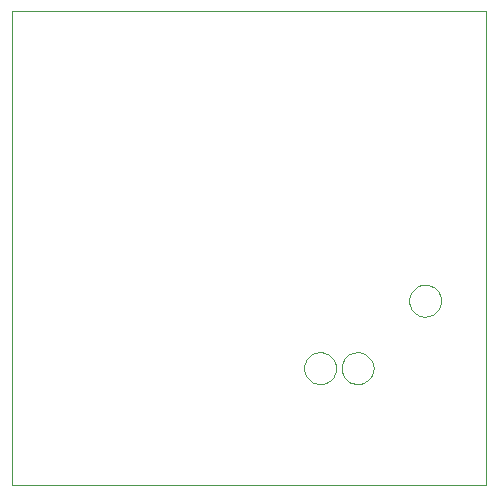
<source format=gbr>
G75*
G70*
%OFA0B0*%
%FSLAX24Y24*%
%IPPOS*%
%LPD*%
%AMOC8*
5,1,8,0,0,1.08239X$1,22.5*
%
%ADD10C,0.0000*%
D10*
X000406Y002369D02*
X000406Y018168D01*
X016204Y018168D01*
X016204Y002369D01*
X000406Y002369D01*
X010149Y006268D02*
X010151Y006314D01*
X010157Y006359D01*
X010167Y006404D01*
X010180Y006447D01*
X010197Y006490D01*
X010218Y006530D01*
X010242Y006569D01*
X010270Y006605D01*
X010301Y006639D01*
X010334Y006671D01*
X010370Y006699D01*
X010408Y006724D01*
X010448Y006746D01*
X010490Y006764D01*
X010533Y006778D01*
X010578Y006789D01*
X010623Y006796D01*
X010669Y006799D01*
X010714Y006798D01*
X010760Y006793D01*
X010805Y006784D01*
X010848Y006772D01*
X010891Y006755D01*
X010932Y006735D01*
X010971Y006712D01*
X011009Y006685D01*
X011043Y006655D01*
X011075Y006623D01*
X011104Y006587D01*
X011130Y006550D01*
X011153Y006510D01*
X011172Y006469D01*
X011187Y006426D01*
X011199Y006381D01*
X011207Y006336D01*
X011211Y006291D01*
X011211Y006245D01*
X011207Y006200D01*
X011199Y006155D01*
X011187Y006110D01*
X011172Y006067D01*
X011153Y006026D01*
X011130Y005986D01*
X011104Y005949D01*
X011075Y005913D01*
X011043Y005881D01*
X011009Y005851D01*
X010971Y005824D01*
X010932Y005801D01*
X010891Y005781D01*
X010848Y005764D01*
X010805Y005752D01*
X010760Y005743D01*
X010714Y005738D01*
X010669Y005737D01*
X010623Y005740D01*
X010578Y005747D01*
X010533Y005758D01*
X010490Y005772D01*
X010448Y005790D01*
X010408Y005812D01*
X010370Y005837D01*
X010334Y005865D01*
X010301Y005897D01*
X010270Y005931D01*
X010242Y005967D01*
X010218Y006006D01*
X010197Y006046D01*
X010180Y006089D01*
X010167Y006132D01*
X010157Y006177D01*
X010151Y006222D01*
X010149Y006268D01*
X011399Y006268D02*
X011401Y006314D01*
X011407Y006359D01*
X011417Y006404D01*
X011430Y006447D01*
X011447Y006490D01*
X011468Y006530D01*
X011492Y006569D01*
X011520Y006605D01*
X011551Y006639D01*
X011584Y006671D01*
X011620Y006699D01*
X011658Y006724D01*
X011698Y006746D01*
X011740Y006764D01*
X011783Y006778D01*
X011828Y006789D01*
X011873Y006796D01*
X011919Y006799D01*
X011964Y006798D01*
X012010Y006793D01*
X012055Y006784D01*
X012098Y006772D01*
X012141Y006755D01*
X012182Y006735D01*
X012221Y006712D01*
X012259Y006685D01*
X012293Y006655D01*
X012325Y006623D01*
X012354Y006587D01*
X012380Y006550D01*
X012403Y006510D01*
X012422Y006469D01*
X012437Y006426D01*
X012449Y006381D01*
X012457Y006336D01*
X012461Y006291D01*
X012461Y006245D01*
X012457Y006200D01*
X012449Y006155D01*
X012437Y006110D01*
X012422Y006067D01*
X012403Y006026D01*
X012380Y005986D01*
X012354Y005949D01*
X012325Y005913D01*
X012293Y005881D01*
X012259Y005851D01*
X012221Y005824D01*
X012182Y005801D01*
X012141Y005781D01*
X012098Y005764D01*
X012055Y005752D01*
X012010Y005743D01*
X011964Y005738D01*
X011919Y005737D01*
X011873Y005740D01*
X011828Y005747D01*
X011783Y005758D01*
X011740Y005772D01*
X011698Y005790D01*
X011658Y005812D01*
X011620Y005837D01*
X011584Y005865D01*
X011551Y005897D01*
X011520Y005931D01*
X011492Y005967D01*
X011468Y006006D01*
X011447Y006046D01*
X011430Y006089D01*
X011417Y006132D01*
X011407Y006177D01*
X011401Y006222D01*
X011399Y006268D01*
X013649Y008518D02*
X013651Y008564D01*
X013657Y008609D01*
X013667Y008654D01*
X013680Y008697D01*
X013697Y008740D01*
X013718Y008780D01*
X013742Y008819D01*
X013770Y008855D01*
X013801Y008889D01*
X013834Y008921D01*
X013870Y008949D01*
X013908Y008974D01*
X013948Y008996D01*
X013990Y009014D01*
X014033Y009028D01*
X014078Y009039D01*
X014123Y009046D01*
X014169Y009049D01*
X014214Y009048D01*
X014260Y009043D01*
X014305Y009034D01*
X014348Y009022D01*
X014391Y009005D01*
X014432Y008985D01*
X014471Y008962D01*
X014509Y008935D01*
X014543Y008905D01*
X014575Y008873D01*
X014604Y008837D01*
X014630Y008800D01*
X014653Y008760D01*
X014672Y008719D01*
X014687Y008676D01*
X014699Y008631D01*
X014707Y008586D01*
X014711Y008541D01*
X014711Y008495D01*
X014707Y008450D01*
X014699Y008405D01*
X014687Y008360D01*
X014672Y008317D01*
X014653Y008276D01*
X014630Y008236D01*
X014604Y008199D01*
X014575Y008163D01*
X014543Y008131D01*
X014509Y008101D01*
X014471Y008074D01*
X014432Y008051D01*
X014391Y008031D01*
X014348Y008014D01*
X014305Y008002D01*
X014260Y007993D01*
X014214Y007988D01*
X014169Y007987D01*
X014123Y007990D01*
X014078Y007997D01*
X014033Y008008D01*
X013990Y008022D01*
X013948Y008040D01*
X013908Y008062D01*
X013870Y008087D01*
X013834Y008115D01*
X013801Y008147D01*
X013770Y008181D01*
X013742Y008217D01*
X013718Y008256D01*
X013697Y008296D01*
X013680Y008339D01*
X013667Y008382D01*
X013657Y008427D01*
X013651Y008472D01*
X013649Y008518D01*
M02*

</source>
